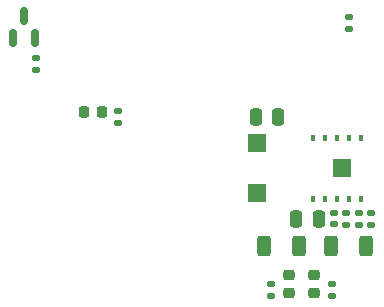
<source format=gbr>
%TF.GenerationSoftware,KiCad,Pcbnew,9.0.0*%
%TF.CreationDate,2025-03-20T21:32:39+01:00*%
%TF.ProjectId,PCB_Module_Payement,5043425f-4d6f-4647-956c-655f50617965,rev?*%
%TF.SameCoordinates,Original*%
%TF.FileFunction,Paste,Bot*%
%TF.FilePolarity,Positive*%
%FSLAX46Y46*%
G04 Gerber Fmt 4.6, Leading zero omitted, Abs format (unit mm)*
G04 Created by KiCad (PCBNEW 9.0.0) date 2025-03-20 21:32:39*
%MOMM*%
%LPD*%
G01*
G04 APERTURE LIST*
G04 Aperture macros list*
%AMRoundRect*
0 Rectangle with rounded corners*
0 $1 Rounding radius*
0 $2 $3 $4 $5 $6 $7 $8 $9 X,Y pos of 4 corners*
0 Add a 4 corners polygon primitive as box body*
4,1,4,$2,$3,$4,$5,$6,$7,$8,$9,$2,$3,0*
0 Add four circle primitives for the rounded corners*
1,1,$1+$1,$2,$3*
1,1,$1+$1,$4,$5*
1,1,$1+$1,$6,$7*
1,1,$1+$1,$8,$9*
0 Add four rect primitives between the rounded corners*
20,1,$1+$1,$2,$3,$4,$5,0*
20,1,$1+$1,$4,$5,$6,$7,0*
20,1,$1+$1,$6,$7,$8,$9,0*
20,1,$1+$1,$8,$9,$2,$3,0*%
G04 Aperture macros list end*
%ADD10RoundRect,0.218750X-0.218750X-0.256250X0.218750X-0.256250X0.218750X0.256250X-0.218750X0.256250X0*%
%ADD11RoundRect,0.140000X-0.170000X0.140000X-0.170000X-0.140000X0.170000X-0.140000X0.170000X0.140000X0*%
%ADD12RoundRect,0.135000X0.185000X-0.135000X0.185000X0.135000X-0.185000X0.135000X-0.185000X-0.135000X0*%
%ADD13RoundRect,0.150000X0.150000X-0.587500X0.150000X0.587500X-0.150000X0.587500X-0.150000X-0.587500X0*%
%ADD14RoundRect,0.135000X-0.185000X0.135000X-0.185000X-0.135000X0.185000X-0.135000X0.185000X0.135000X0*%
%ADD15R,0.400000X0.500000*%
%ADD16R,1.500000X1.500000*%
%ADD17RoundRect,0.218750X-0.256250X0.218750X-0.256250X-0.218750X0.256250X-0.218750X0.256250X0.218750X0*%
%ADD18RoundRect,0.250000X-0.250000X-0.475000X0.250000X-0.475000X0.250000X0.475000X-0.250000X0.475000X0*%
%ADD19RoundRect,0.250000X0.312500X0.625000X-0.312500X0.625000X-0.312500X-0.625000X0.312500X-0.625000X0*%
%ADD20RoundRect,0.250000X0.250000X0.475000X-0.250000X0.475000X-0.250000X-0.475000X0.250000X-0.475000X0*%
G04 APERTURE END LIST*
D10*
%TO.C,D5*%
X155787500Y-98850000D03*
X154212500Y-98850000D03*
%TD*%
D11*
%TO.C,C15*%
X176700000Y-91830000D03*
X176700000Y-90870000D03*
%TD*%
D12*
%TO.C,R19*%
X150200000Y-95360000D03*
X150200000Y-94340000D03*
%TD*%
D13*
%TO.C,Q1*%
X150100000Y-92600000D03*
X148200000Y-92600000D03*
X149150000Y-90725000D03*
%TD*%
D14*
%TO.C,R12*%
X170100000Y-113490000D03*
X170100000Y-114510000D03*
%TD*%
D12*
%TO.C,R13*%
X177500000Y-108460000D03*
X177500000Y-107440000D03*
%TD*%
%TO.C,R20*%
X157150000Y-99820000D03*
X157150000Y-98800000D03*
%TD*%
D15*
%TO.C,U6*%
X177650000Y-106250000D03*
X176650000Y-106250000D03*
X175650000Y-106250000D03*
X174650000Y-106250000D03*
X173650000Y-106250000D03*
D16*
X168900000Y-105750000D03*
X168900000Y-101550000D03*
D15*
X173650000Y-101050000D03*
X174650000Y-101050000D03*
X175650000Y-101050000D03*
X176650000Y-101050000D03*
X177650000Y-101050000D03*
D16*
X176050000Y-103650000D03*
%TD*%
D17*
%TO.C,D3*%
X171600000Y-112662500D03*
X171600000Y-114237500D03*
%TD*%
D14*
%TO.C,R14*%
X176450000Y-107440000D03*
X176450000Y-108460000D03*
%TD*%
D18*
%TO.C,C16*%
X168800000Y-99350000D03*
X170700000Y-99350000D03*
%TD*%
D19*
%TO.C,R15*%
X172412500Y-110250000D03*
X169487500Y-110250000D03*
%TD*%
D14*
%TO.C,R16*%
X178550000Y-107440000D03*
X178550000Y-108460000D03*
%TD*%
D19*
%TO.C,R17*%
X178112500Y-110250000D03*
X175187500Y-110250000D03*
%TD*%
D20*
%TO.C,C17*%
X174100000Y-107950000D03*
X172200000Y-107950000D03*
%TD*%
D14*
%TO.C,R18*%
X175200000Y-113440000D03*
X175200000Y-114460000D03*
%TD*%
D17*
%TO.C,D4*%
X173750000Y-112662500D03*
X173750000Y-114237500D03*
%TD*%
D11*
%TO.C,C18*%
X175400000Y-107420000D03*
X175400000Y-108380000D03*
%TD*%
M02*

</source>
